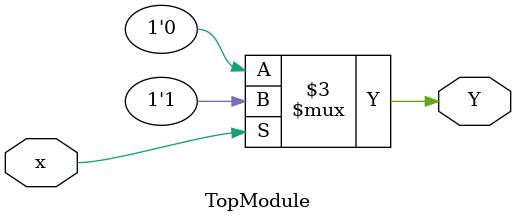
<source format=sv>
module TopModule (
    input logic x,
    output logic Y
);

    always @(*) begin
        // Implementing the logic based on the provided Karnaugh map
        // Assuming the don't-care conditions are handled appropriately
        Y = (x == 1'b1) ? 1'b1 : 1'b0; // Example logic, adjust based on actual K-map
    end

endmodule
</source>
